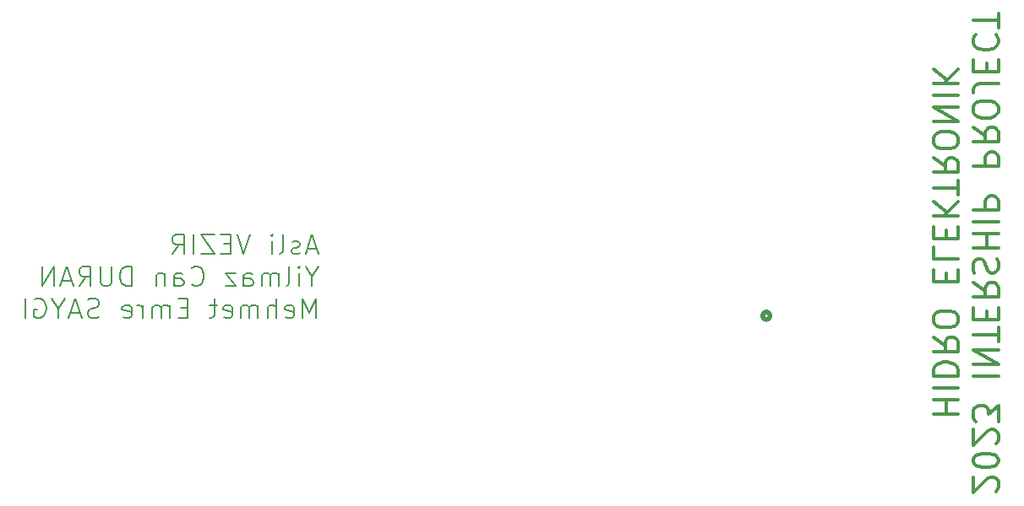
<source format=gbr>
%TF.GenerationSoftware,KiCad,Pcbnew,7.0.6*%
%TF.CreationDate,2023-08-10T11:03:41+03:00*%
%TF.ProjectId,2023-staj-projesi,32303233-2d73-4746-916a-2d70726f6a65,1.0*%
%TF.SameCoordinates,Original*%
%TF.FileFunction,Legend,Bot*%
%TF.FilePolarity,Positive*%
%FSLAX46Y46*%
G04 Gerber Fmt 4.6, Leading zero omitted, Abs format (unit mm)*
G04 Created by KiCad (PCBNEW 7.0.6) date 2023-08-10 11:03:41*
%MOMM*%
%LPD*%
G01*
G04 APERTURE LIST*
%ADD10C,0.300000*%
%ADD11C,0.150000*%
%ADD12C,0.508000*%
G04 APERTURE END LIST*
D10*
X171708457Y-128866441D02*
X171827504Y-128747393D01*
X171827504Y-128747393D02*
X171946552Y-128509298D01*
X171946552Y-128509298D02*
X171946552Y-127914060D01*
X171946552Y-127914060D02*
X171827504Y-127675965D01*
X171827504Y-127675965D02*
X171708457Y-127556917D01*
X171708457Y-127556917D02*
X171470361Y-127437870D01*
X171470361Y-127437870D02*
X171232266Y-127437870D01*
X171232266Y-127437870D02*
X170875123Y-127556917D01*
X170875123Y-127556917D02*
X169446552Y-128985489D01*
X169446552Y-128985489D02*
X169446552Y-127437870D01*
X171946552Y-125890251D02*
X171946552Y-125652156D01*
X171946552Y-125652156D02*
X171827504Y-125414060D01*
X171827504Y-125414060D02*
X171708457Y-125295013D01*
X171708457Y-125295013D02*
X171470361Y-125175965D01*
X171470361Y-125175965D02*
X170994171Y-125056918D01*
X170994171Y-125056918D02*
X170398933Y-125056918D01*
X170398933Y-125056918D02*
X169922742Y-125175965D01*
X169922742Y-125175965D02*
X169684647Y-125295013D01*
X169684647Y-125295013D02*
X169565600Y-125414060D01*
X169565600Y-125414060D02*
X169446552Y-125652156D01*
X169446552Y-125652156D02*
X169446552Y-125890251D01*
X169446552Y-125890251D02*
X169565600Y-126128346D01*
X169565600Y-126128346D02*
X169684647Y-126247394D01*
X169684647Y-126247394D02*
X169922742Y-126366441D01*
X169922742Y-126366441D02*
X170398933Y-126485489D01*
X170398933Y-126485489D02*
X170994171Y-126485489D01*
X170994171Y-126485489D02*
X171470361Y-126366441D01*
X171470361Y-126366441D02*
X171708457Y-126247394D01*
X171708457Y-126247394D02*
X171827504Y-126128346D01*
X171827504Y-126128346D02*
X171946552Y-125890251D01*
X171708457Y-124104537D02*
X171827504Y-123985489D01*
X171827504Y-123985489D02*
X171946552Y-123747394D01*
X171946552Y-123747394D02*
X171946552Y-123152156D01*
X171946552Y-123152156D02*
X171827504Y-122914061D01*
X171827504Y-122914061D02*
X171708457Y-122795013D01*
X171708457Y-122795013D02*
X171470361Y-122675966D01*
X171470361Y-122675966D02*
X171232266Y-122675966D01*
X171232266Y-122675966D02*
X170875123Y-122795013D01*
X170875123Y-122795013D02*
X169446552Y-124223585D01*
X169446552Y-124223585D02*
X169446552Y-122675966D01*
X171946552Y-121842633D02*
X171946552Y-120295014D01*
X171946552Y-120295014D02*
X170994171Y-121128347D01*
X170994171Y-121128347D02*
X170994171Y-120771204D01*
X170994171Y-120771204D02*
X170875123Y-120533109D01*
X170875123Y-120533109D02*
X170756076Y-120414061D01*
X170756076Y-120414061D02*
X170517980Y-120295014D01*
X170517980Y-120295014D02*
X169922742Y-120295014D01*
X169922742Y-120295014D02*
X169684647Y-120414061D01*
X169684647Y-120414061D02*
X169565600Y-120533109D01*
X169565600Y-120533109D02*
X169446552Y-120771204D01*
X169446552Y-120771204D02*
X169446552Y-121485490D01*
X169446552Y-121485490D02*
X169565600Y-121723585D01*
X169565600Y-121723585D02*
X169684647Y-121842633D01*
X169446552Y-117318823D02*
X171946552Y-117318823D01*
X169446552Y-116128347D02*
X171946552Y-116128347D01*
X171946552Y-116128347D02*
X169446552Y-114699776D01*
X169446552Y-114699776D02*
X171946552Y-114699776D01*
X171946552Y-113866442D02*
X171946552Y-112437871D01*
X169446552Y-113152157D02*
X171946552Y-113152157D01*
X170756076Y-111604537D02*
X170756076Y-110771204D01*
X169446552Y-110414061D02*
X169446552Y-111604537D01*
X169446552Y-111604537D02*
X171946552Y-111604537D01*
X171946552Y-111604537D02*
X171946552Y-110414061D01*
X169446552Y-107914061D02*
X170637028Y-108747394D01*
X169446552Y-109342632D02*
X171946552Y-109342632D01*
X171946552Y-109342632D02*
X171946552Y-108390251D01*
X171946552Y-108390251D02*
X171827504Y-108152156D01*
X171827504Y-108152156D02*
X171708457Y-108033109D01*
X171708457Y-108033109D02*
X171470361Y-107914061D01*
X171470361Y-107914061D02*
X171113219Y-107914061D01*
X171113219Y-107914061D02*
X170875123Y-108033109D01*
X170875123Y-108033109D02*
X170756076Y-108152156D01*
X170756076Y-108152156D02*
X170637028Y-108390251D01*
X170637028Y-108390251D02*
X170637028Y-109342632D01*
X169565600Y-106961680D02*
X169446552Y-106604537D01*
X169446552Y-106604537D02*
X169446552Y-106009299D01*
X169446552Y-106009299D02*
X169565600Y-105771204D01*
X169565600Y-105771204D02*
X169684647Y-105652156D01*
X169684647Y-105652156D02*
X169922742Y-105533109D01*
X169922742Y-105533109D02*
X170160838Y-105533109D01*
X170160838Y-105533109D02*
X170398933Y-105652156D01*
X170398933Y-105652156D02*
X170517980Y-105771204D01*
X170517980Y-105771204D02*
X170637028Y-106009299D01*
X170637028Y-106009299D02*
X170756076Y-106485490D01*
X170756076Y-106485490D02*
X170875123Y-106723585D01*
X170875123Y-106723585D02*
X170994171Y-106842632D01*
X170994171Y-106842632D02*
X171232266Y-106961680D01*
X171232266Y-106961680D02*
X171470361Y-106961680D01*
X171470361Y-106961680D02*
X171708457Y-106842632D01*
X171708457Y-106842632D02*
X171827504Y-106723585D01*
X171827504Y-106723585D02*
X171946552Y-106485490D01*
X171946552Y-106485490D02*
X171946552Y-105890251D01*
X171946552Y-105890251D02*
X171827504Y-105533109D01*
X169446552Y-104461680D02*
X171946552Y-104461680D01*
X170756076Y-104461680D02*
X170756076Y-103033109D01*
X169446552Y-103033109D02*
X171946552Y-103033109D01*
X169446552Y-101842632D02*
X171946552Y-101842632D01*
X169446552Y-100652156D02*
X171946552Y-100652156D01*
X171946552Y-100652156D02*
X171946552Y-99699775D01*
X171946552Y-99699775D02*
X171827504Y-99461680D01*
X171827504Y-99461680D02*
X171708457Y-99342633D01*
X171708457Y-99342633D02*
X171470361Y-99223585D01*
X171470361Y-99223585D02*
X171113219Y-99223585D01*
X171113219Y-99223585D02*
X170875123Y-99342633D01*
X170875123Y-99342633D02*
X170756076Y-99461680D01*
X170756076Y-99461680D02*
X170637028Y-99699775D01*
X170637028Y-99699775D02*
X170637028Y-100652156D01*
X169446552Y-96247394D02*
X171946552Y-96247394D01*
X171946552Y-96247394D02*
X171946552Y-95295013D01*
X171946552Y-95295013D02*
X171827504Y-95056918D01*
X171827504Y-95056918D02*
X171708457Y-94937871D01*
X171708457Y-94937871D02*
X171470361Y-94818823D01*
X171470361Y-94818823D02*
X171113219Y-94818823D01*
X171113219Y-94818823D02*
X170875123Y-94937871D01*
X170875123Y-94937871D02*
X170756076Y-95056918D01*
X170756076Y-95056918D02*
X170637028Y-95295013D01*
X170637028Y-95295013D02*
X170637028Y-96247394D01*
X169446552Y-92318823D02*
X170637028Y-93152156D01*
X169446552Y-93747394D02*
X171946552Y-93747394D01*
X171946552Y-93747394D02*
X171946552Y-92795013D01*
X171946552Y-92795013D02*
X171827504Y-92556918D01*
X171827504Y-92556918D02*
X171708457Y-92437871D01*
X171708457Y-92437871D02*
X171470361Y-92318823D01*
X171470361Y-92318823D02*
X171113219Y-92318823D01*
X171113219Y-92318823D02*
X170875123Y-92437871D01*
X170875123Y-92437871D02*
X170756076Y-92556918D01*
X170756076Y-92556918D02*
X170637028Y-92795013D01*
X170637028Y-92795013D02*
X170637028Y-93747394D01*
X171946552Y-90771204D02*
X171946552Y-90295013D01*
X171946552Y-90295013D02*
X171827504Y-90056918D01*
X171827504Y-90056918D02*
X171589409Y-89818823D01*
X171589409Y-89818823D02*
X171113219Y-89699775D01*
X171113219Y-89699775D02*
X170279885Y-89699775D01*
X170279885Y-89699775D02*
X169803695Y-89818823D01*
X169803695Y-89818823D02*
X169565600Y-90056918D01*
X169565600Y-90056918D02*
X169446552Y-90295013D01*
X169446552Y-90295013D02*
X169446552Y-90771204D01*
X169446552Y-90771204D02*
X169565600Y-91009299D01*
X169565600Y-91009299D02*
X169803695Y-91247394D01*
X169803695Y-91247394D02*
X170279885Y-91366442D01*
X170279885Y-91366442D02*
X171113219Y-91366442D01*
X171113219Y-91366442D02*
X171589409Y-91247394D01*
X171589409Y-91247394D02*
X171827504Y-91009299D01*
X171827504Y-91009299D02*
X171946552Y-90771204D01*
X171946552Y-87914061D02*
X170160838Y-87914061D01*
X170160838Y-87914061D02*
X169803695Y-88033108D01*
X169803695Y-88033108D02*
X169565600Y-88271204D01*
X169565600Y-88271204D02*
X169446552Y-88628346D01*
X169446552Y-88628346D02*
X169446552Y-88866442D01*
X170756076Y-86723584D02*
X170756076Y-85890251D01*
X169446552Y-85533108D02*
X169446552Y-86723584D01*
X169446552Y-86723584D02*
X171946552Y-86723584D01*
X171946552Y-86723584D02*
X171946552Y-85533108D01*
X169684647Y-83033108D02*
X169565600Y-83152156D01*
X169565600Y-83152156D02*
X169446552Y-83509298D01*
X169446552Y-83509298D02*
X169446552Y-83747394D01*
X169446552Y-83747394D02*
X169565600Y-84104537D01*
X169565600Y-84104537D02*
X169803695Y-84342632D01*
X169803695Y-84342632D02*
X170041790Y-84461679D01*
X170041790Y-84461679D02*
X170517980Y-84580727D01*
X170517980Y-84580727D02*
X170875123Y-84580727D01*
X170875123Y-84580727D02*
X171351314Y-84461679D01*
X171351314Y-84461679D02*
X171589409Y-84342632D01*
X171589409Y-84342632D02*
X171827504Y-84104537D01*
X171827504Y-84104537D02*
X171946552Y-83747394D01*
X171946552Y-83747394D02*
X171946552Y-83509298D01*
X171946552Y-83509298D02*
X171827504Y-83152156D01*
X171827504Y-83152156D02*
X171708457Y-83033108D01*
X171946552Y-82318822D02*
X171946552Y-80890251D01*
X169446552Y-81604537D02*
X171946552Y-81604537D01*
X165421552Y-121128345D02*
X167921552Y-121128345D01*
X166731076Y-121128345D02*
X166731076Y-119699774D01*
X165421552Y-119699774D02*
X167921552Y-119699774D01*
X165421552Y-118509297D02*
X167921552Y-118509297D01*
X165421552Y-117318821D02*
X167921552Y-117318821D01*
X167921552Y-117318821D02*
X167921552Y-116723583D01*
X167921552Y-116723583D02*
X167802504Y-116366440D01*
X167802504Y-116366440D02*
X167564409Y-116128345D01*
X167564409Y-116128345D02*
X167326314Y-116009298D01*
X167326314Y-116009298D02*
X166850123Y-115890250D01*
X166850123Y-115890250D02*
X166492980Y-115890250D01*
X166492980Y-115890250D02*
X166016790Y-116009298D01*
X166016790Y-116009298D02*
X165778695Y-116128345D01*
X165778695Y-116128345D02*
X165540600Y-116366440D01*
X165540600Y-116366440D02*
X165421552Y-116723583D01*
X165421552Y-116723583D02*
X165421552Y-117318821D01*
X165421552Y-113390250D02*
X166612028Y-114223583D01*
X165421552Y-114818821D02*
X167921552Y-114818821D01*
X167921552Y-114818821D02*
X167921552Y-113866440D01*
X167921552Y-113866440D02*
X167802504Y-113628345D01*
X167802504Y-113628345D02*
X167683457Y-113509298D01*
X167683457Y-113509298D02*
X167445361Y-113390250D01*
X167445361Y-113390250D02*
X167088219Y-113390250D01*
X167088219Y-113390250D02*
X166850123Y-113509298D01*
X166850123Y-113509298D02*
X166731076Y-113628345D01*
X166731076Y-113628345D02*
X166612028Y-113866440D01*
X166612028Y-113866440D02*
X166612028Y-114818821D01*
X167921552Y-111842631D02*
X167921552Y-111366440D01*
X167921552Y-111366440D02*
X167802504Y-111128345D01*
X167802504Y-111128345D02*
X167564409Y-110890250D01*
X167564409Y-110890250D02*
X167088219Y-110771202D01*
X167088219Y-110771202D02*
X166254885Y-110771202D01*
X166254885Y-110771202D02*
X165778695Y-110890250D01*
X165778695Y-110890250D02*
X165540600Y-111128345D01*
X165540600Y-111128345D02*
X165421552Y-111366440D01*
X165421552Y-111366440D02*
X165421552Y-111842631D01*
X165421552Y-111842631D02*
X165540600Y-112080726D01*
X165540600Y-112080726D02*
X165778695Y-112318821D01*
X165778695Y-112318821D02*
X166254885Y-112437869D01*
X166254885Y-112437869D02*
X167088219Y-112437869D01*
X167088219Y-112437869D02*
X167564409Y-112318821D01*
X167564409Y-112318821D02*
X167802504Y-112080726D01*
X167802504Y-112080726D02*
X167921552Y-111842631D01*
X166731076Y-107795011D02*
X166731076Y-106961678D01*
X165421552Y-106604535D02*
X165421552Y-107795011D01*
X165421552Y-107795011D02*
X167921552Y-107795011D01*
X167921552Y-107795011D02*
X167921552Y-106604535D01*
X165421552Y-104342630D02*
X165421552Y-105533106D01*
X165421552Y-105533106D02*
X167921552Y-105533106D01*
X166731076Y-103509296D02*
X166731076Y-102675963D01*
X165421552Y-102318820D02*
X165421552Y-103509296D01*
X165421552Y-103509296D02*
X167921552Y-103509296D01*
X167921552Y-103509296D02*
X167921552Y-102318820D01*
X165421552Y-101247391D02*
X167921552Y-101247391D01*
X165421552Y-99818820D02*
X166850123Y-100890249D01*
X167921552Y-99818820D02*
X166492980Y-101247391D01*
X167921552Y-99104534D02*
X167921552Y-97675963D01*
X165421552Y-98390249D02*
X167921552Y-98390249D01*
X165421552Y-95414058D02*
X166612028Y-96247391D01*
X165421552Y-96842629D02*
X167921552Y-96842629D01*
X167921552Y-96842629D02*
X167921552Y-95890248D01*
X167921552Y-95890248D02*
X167802504Y-95652153D01*
X167802504Y-95652153D02*
X167683457Y-95533106D01*
X167683457Y-95533106D02*
X167445361Y-95414058D01*
X167445361Y-95414058D02*
X167088219Y-95414058D01*
X167088219Y-95414058D02*
X166850123Y-95533106D01*
X166850123Y-95533106D02*
X166731076Y-95652153D01*
X166731076Y-95652153D02*
X166612028Y-95890248D01*
X166612028Y-95890248D02*
X166612028Y-96842629D01*
X167921552Y-93866439D02*
X167921552Y-93390248D01*
X167921552Y-93390248D02*
X167802504Y-93152153D01*
X167802504Y-93152153D02*
X167564409Y-92914058D01*
X167564409Y-92914058D02*
X167088219Y-92795010D01*
X167088219Y-92795010D02*
X166254885Y-92795010D01*
X166254885Y-92795010D02*
X165778695Y-92914058D01*
X165778695Y-92914058D02*
X165540600Y-93152153D01*
X165540600Y-93152153D02*
X165421552Y-93390248D01*
X165421552Y-93390248D02*
X165421552Y-93866439D01*
X165421552Y-93866439D02*
X165540600Y-94104534D01*
X165540600Y-94104534D02*
X165778695Y-94342629D01*
X165778695Y-94342629D02*
X166254885Y-94461677D01*
X166254885Y-94461677D02*
X167088219Y-94461677D01*
X167088219Y-94461677D02*
X167564409Y-94342629D01*
X167564409Y-94342629D02*
X167802504Y-94104534D01*
X167802504Y-94104534D02*
X167921552Y-93866439D01*
X165421552Y-91723581D02*
X167921552Y-91723581D01*
X167921552Y-91723581D02*
X165421552Y-90295010D01*
X165421552Y-90295010D02*
X167921552Y-90295010D01*
X165421552Y-89104533D02*
X167921552Y-89104533D01*
X165421552Y-87914057D02*
X167921552Y-87914057D01*
X165421552Y-86485486D02*
X166850123Y-87556915D01*
X167921552Y-86485486D02*
X166492980Y-87914057D01*
D11*
X103660363Y-104496009D02*
X102707982Y-104496009D01*
X103850839Y-105067438D02*
X103184173Y-103067438D01*
X103184173Y-103067438D02*
X102517506Y-105067438D01*
X101946077Y-104972200D02*
X101755601Y-105067438D01*
X101755601Y-105067438D02*
X101374649Y-105067438D01*
X101374649Y-105067438D02*
X101184172Y-104972200D01*
X101184172Y-104972200D02*
X101088934Y-104781723D01*
X101088934Y-104781723D02*
X101088934Y-104686485D01*
X101088934Y-104686485D02*
X101184172Y-104496009D01*
X101184172Y-104496009D02*
X101374649Y-104400771D01*
X101374649Y-104400771D02*
X101660363Y-104400771D01*
X101660363Y-104400771D02*
X101850839Y-104305533D01*
X101850839Y-104305533D02*
X101946077Y-104115057D01*
X101946077Y-104115057D02*
X101946077Y-104019819D01*
X101946077Y-104019819D02*
X101850839Y-103829342D01*
X101850839Y-103829342D02*
X101660363Y-103734104D01*
X101660363Y-103734104D02*
X101374649Y-103734104D01*
X101374649Y-103734104D02*
X101184172Y-103829342D01*
X99946077Y-105067438D02*
X100136553Y-104972200D01*
X100136553Y-104972200D02*
X100231791Y-104781723D01*
X100231791Y-104781723D02*
X100231791Y-103067438D01*
X99184172Y-105067438D02*
X99184172Y-103734104D01*
X99184172Y-103067438D02*
X99279410Y-103162676D01*
X99279410Y-103162676D02*
X99184172Y-103257914D01*
X99184172Y-103257914D02*
X99088934Y-103162676D01*
X99088934Y-103162676D02*
X99184172Y-103067438D01*
X99184172Y-103067438D02*
X99184172Y-103257914D01*
X96993695Y-103067438D02*
X96327029Y-105067438D01*
X96327029Y-105067438D02*
X95660362Y-103067438D01*
X94993695Y-104019819D02*
X94327028Y-104019819D01*
X94041314Y-105067438D02*
X94993695Y-105067438D01*
X94993695Y-105067438D02*
X94993695Y-103067438D01*
X94993695Y-103067438D02*
X94041314Y-103067438D01*
X93374647Y-103067438D02*
X92041314Y-103067438D01*
X92041314Y-103067438D02*
X93374647Y-105067438D01*
X93374647Y-105067438D02*
X92041314Y-105067438D01*
X91279409Y-105067438D02*
X91279409Y-103067438D01*
X89184171Y-105067438D02*
X89850838Y-104115057D01*
X90327028Y-105067438D02*
X90327028Y-103067438D01*
X90327028Y-103067438D02*
X89565123Y-103067438D01*
X89565123Y-103067438D02*
X89374647Y-103162676D01*
X89374647Y-103162676D02*
X89279409Y-103257914D01*
X89279409Y-103257914D02*
X89184171Y-103448390D01*
X89184171Y-103448390D02*
X89184171Y-103734104D01*
X89184171Y-103734104D02*
X89279409Y-103924580D01*
X89279409Y-103924580D02*
X89374647Y-104019819D01*
X89374647Y-104019819D02*
X89565123Y-104115057D01*
X89565123Y-104115057D02*
X90327028Y-104115057D01*
X103184173Y-107335057D02*
X103184173Y-108287438D01*
X103850839Y-106287438D02*
X103184173Y-107335057D01*
X103184173Y-107335057D02*
X102517506Y-106287438D01*
X101850839Y-108287438D02*
X101850839Y-106954104D01*
X101850839Y-106287438D02*
X101946077Y-106382676D01*
X101946077Y-106382676D02*
X101850839Y-106477914D01*
X101850839Y-106477914D02*
X101755601Y-106382676D01*
X101755601Y-106382676D02*
X101850839Y-106287438D01*
X101850839Y-106287438D02*
X101850839Y-106477914D01*
X100612744Y-108287438D02*
X100803220Y-108192200D01*
X100803220Y-108192200D02*
X100898458Y-108001723D01*
X100898458Y-108001723D02*
X100898458Y-106287438D01*
X99850839Y-108287438D02*
X99850839Y-106954104D01*
X99850839Y-107144580D02*
X99755601Y-107049342D01*
X99755601Y-107049342D02*
X99565125Y-106954104D01*
X99565125Y-106954104D02*
X99279410Y-106954104D01*
X99279410Y-106954104D02*
X99088934Y-107049342D01*
X99088934Y-107049342D02*
X98993696Y-107239819D01*
X98993696Y-107239819D02*
X98993696Y-108287438D01*
X98993696Y-107239819D02*
X98898458Y-107049342D01*
X98898458Y-107049342D02*
X98707982Y-106954104D01*
X98707982Y-106954104D02*
X98422268Y-106954104D01*
X98422268Y-106954104D02*
X98231791Y-107049342D01*
X98231791Y-107049342D02*
X98136553Y-107239819D01*
X98136553Y-107239819D02*
X98136553Y-108287438D01*
X96327029Y-108287438D02*
X96327029Y-107239819D01*
X96327029Y-107239819D02*
X96422267Y-107049342D01*
X96422267Y-107049342D02*
X96612743Y-106954104D01*
X96612743Y-106954104D02*
X96993696Y-106954104D01*
X96993696Y-106954104D02*
X97184172Y-107049342D01*
X96327029Y-108192200D02*
X96517505Y-108287438D01*
X96517505Y-108287438D02*
X96993696Y-108287438D01*
X96993696Y-108287438D02*
X97184172Y-108192200D01*
X97184172Y-108192200D02*
X97279410Y-108001723D01*
X97279410Y-108001723D02*
X97279410Y-107811247D01*
X97279410Y-107811247D02*
X97184172Y-107620771D01*
X97184172Y-107620771D02*
X96993696Y-107525533D01*
X96993696Y-107525533D02*
X96517505Y-107525533D01*
X96517505Y-107525533D02*
X96327029Y-107430295D01*
X95565124Y-106954104D02*
X94517505Y-106954104D01*
X94517505Y-106954104D02*
X95565124Y-108287438D01*
X95565124Y-108287438D02*
X94517505Y-108287438D01*
X91088933Y-108096961D02*
X91184171Y-108192200D01*
X91184171Y-108192200D02*
X91469885Y-108287438D01*
X91469885Y-108287438D02*
X91660361Y-108287438D01*
X91660361Y-108287438D02*
X91946076Y-108192200D01*
X91946076Y-108192200D02*
X92136552Y-108001723D01*
X92136552Y-108001723D02*
X92231790Y-107811247D01*
X92231790Y-107811247D02*
X92327028Y-107430295D01*
X92327028Y-107430295D02*
X92327028Y-107144580D01*
X92327028Y-107144580D02*
X92231790Y-106763628D01*
X92231790Y-106763628D02*
X92136552Y-106573152D01*
X92136552Y-106573152D02*
X91946076Y-106382676D01*
X91946076Y-106382676D02*
X91660361Y-106287438D01*
X91660361Y-106287438D02*
X91469885Y-106287438D01*
X91469885Y-106287438D02*
X91184171Y-106382676D01*
X91184171Y-106382676D02*
X91088933Y-106477914D01*
X89374647Y-108287438D02*
X89374647Y-107239819D01*
X89374647Y-107239819D02*
X89469885Y-107049342D01*
X89469885Y-107049342D02*
X89660361Y-106954104D01*
X89660361Y-106954104D02*
X90041314Y-106954104D01*
X90041314Y-106954104D02*
X90231790Y-107049342D01*
X89374647Y-108192200D02*
X89565123Y-108287438D01*
X89565123Y-108287438D02*
X90041314Y-108287438D01*
X90041314Y-108287438D02*
X90231790Y-108192200D01*
X90231790Y-108192200D02*
X90327028Y-108001723D01*
X90327028Y-108001723D02*
X90327028Y-107811247D01*
X90327028Y-107811247D02*
X90231790Y-107620771D01*
X90231790Y-107620771D02*
X90041314Y-107525533D01*
X90041314Y-107525533D02*
X89565123Y-107525533D01*
X89565123Y-107525533D02*
X89374647Y-107430295D01*
X88422266Y-106954104D02*
X88422266Y-108287438D01*
X88422266Y-107144580D02*
X88327028Y-107049342D01*
X88327028Y-107049342D02*
X88136552Y-106954104D01*
X88136552Y-106954104D02*
X87850837Y-106954104D01*
X87850837Y-106954104D02*
X87660361Y-107049342D01*
X87660361Y-107049342D02*
X87565123Y-107239819D01*
X87565123Y-107239819D02*
X87565123Y-108287438D01*
X85088932Y-108287438D02*
X85088932Y-106287438D01*
X85088932Y-106287438D02*
X84612742Y-106287438D01*
X84612742Y-106287438D02*
X84327027Y-106382676D01*
X84327027Y-106382676D02*
X84136551Y-106573152D01*
X84136551Y-106573152D02*
X84041313Y-106763628D01*
X84041313Y-106763628D02*
X83946075Y-107144580D01*
X83946075Y-107144580D02*
X83946075Y-107430295D01*
X83946075Y-107430295D02*
X84041313Y-107811247D01*
X84041313Y-107811247D02*
X84136551Y-108001723D01*
X84136551Y-108001723D02*
X84327027Y-108192200D01*
X84327027Y-108192200D02*
X84612742Y-108287438D01*
X84612742Y-108287438D02*
X85088932Y-108287438D01*
X83088932Y-106287438D02*
X83088932Y-107906485D01*
X83088932Y-107906485D02*
X82993694Y-108096961D01*
X82993694Y-108096961D02*
X82898456Y-108192200D01*
X82898456Y-108192200D02*
X82707980Y-108287438D01*
X82707980Y-108287438D02*
X82327027Y-108287438D01*
X82327027Y-108287438D02*
X82136551Y-108192200D01*
X82136551Y-108192200D02*
X82041313Y-108096961D01*
X82041313Y-108096961D02*
X81946075Y-107906485D01*
X81946075Y-107906485D02*
X81946075Y-106287438D01*
X79850837Y-108287438D02*
X80517504Y-107335057D01*
X80993694Y-108287438D02*
X80993694Y-106287438D01*
X80993694Y-106287438D02*
X80231789Y-106287438D01*
X80231789Y-106287438D02*
X80041313Y-106382676D01*
X80041313Y-106382676D02*
X79946075Y-106477914D01*
X79946075Y-106477914D02*
X79850837Y-106668390D01*
X79850837Y-106668390D02*
X79850837Y-106954104D01*
X79850837Y-106954104D02*
X79946075Y-107144580D01*
X79946075Y-107144580D02*
X80041313Y-107239819D01*
X80041313Y-107239819D02*
X80231789Y-107335057D01*
X80231789Y-107335057D02*
X80993694Y-107335057D01*
X79088932Y-107716009D02*
X78136551Y-107716009D01*
X79279408Y-108287438D02*
X78612742Y-106287438D01*
X78612742Y-106287438D02*
X77946075Y-108287438D01*
X77279408Y-108287438D02*
X77279408Y-106287438D01*
X77279408Y-106287438D02*
X76136551Y-108287438D01*
X76136551Y-108287438D02*
X76136551Y-106287438D01*
X103565125Y-111507438D02*
X103565125Y-109507438D01*
X103565125Y-109507438D02*
X102898458Y-110936009D01*
X102898458Y-110936009D02*
X102231792Y-109507438D01*
X102231792Y-109507438D02*
X102231792Y-111507438D01*
X100517506Y-111412200D02*
X100707982Y-111507438D01*
X100707982Y-111507438D02*
X101088935Y-111507438D01*
X101088935Y-111507438D02*
X101279411Y-111412200D01*
X101279411Y-111412200D02*
X101374649Y-111221723D01*
X101374649Y-111221723D02*
X101374649Y-110459819D01*
X101374649Y-110459819D02*
X101279411Y-110269342D01*
X101279411Y-110269342D02*
X101088935Y-110174104D01*
X101088935Y-110174104D02*
X100707982Y-110174104D01*
X100707982Y-110174104D02*
X100517506Y-110269342D01*
X100517506Y-110269342D02*
X100422268Y-110459819D01*
X100422268Y-110459819D02*
X100422268Y-110650295D01*
X100422268Y-110650295D02*
X101374649Y-110840771D01*
X99565125Y-111507438D02*
X99565125Y-109507438D01*
X98707982Y-111507438D02*
X98707982Y-110459819D01*
X98707982Y-110459819D02*
X98803220Y-110269342D01*
X98803220Y-110269342D02*
X98993696Y-110174104D01*
X98993696Y-110174104D02*
X99279411Y-110174104D01*
X99279411Y-110174104D02*
X99469887Y-110269342D01*
X99469887Y-110269342D02*
X99565125Y-110364580D01*
X97755601Y-111507438D02*
X97755601Y-110174104D01*
X97755601Y-110364580D02*
X97660363Y-110269342D01*
X97660363Y-110269342D02*
X97469887Y-110174104D01*
X97469887Y-110174104D02*
X97184172Y-110174104D01*
X97184172Y-110174104D02*
X96993696Y-110269342D01*
X96993696Y-110269342D02*
X96898458Y-110459819D01*
X96898458Y-110459819D02*
X96898458Y-111507438D01*
X96898458Y-110459819D02*
X96803220Y-110269342D01*
X96803220Y-110269342D02*
X96612744Y-110174104D01*
X96612744Y-110174104D02*
X96327030Y-110174104D01*
X96327030Y-110174104D02*
X96136553Y-110269342D01*
X96136553Y-110269342D02*
X96041315Y-110459819D01*
X96041315Y-110459819D02*
X96041315Y-111507438D01*
X94327029Y-111412200D02*
X94517505Y-111507438D01*
X94517505Y-111507438D02*
X94898458Y-111507438D01*
X94898458Y-111507438D02*
X95088934Y-111412200D01*
X95088934Y-111412200D02*
X95184172Y-111221723D01*
X95184172Y-111221723D02*
X95184172Y-110459819D01*
X95184172Y-110459819D02*
X95088934Y-110269342D01*
X95088934Y-110269342D02*
X94898458Y-110174104D01*
X94898458Y-110174104D02*
X94517505Y-110174104D01*
X94517505Y-110174104D02*
X94327029Y-110269342D01*
X94327029Y-110269342D02*
X94231791Y-110459819D01*
X94231791Y-110459819D02*
X94231791Y-110650295D01*
X94231791Y-110650295D02*
X95184172Y-110840771D01*
X93660362Y-110174104D02*
X92898458Y-110174104D01*
X93374648Y-109507438D02*
X93374648Y-111221723D01*
X93374648Y-111221723D02*
X93279410Y-111412200D01*
X93279410Y-111412200D02*
X93088934Y-111507438D01*
X93088934Y-111507438D02*
X92898458Y-111507438D01*
X90707981Y-110459819D02*
X90041314Y-110459819D01*
X89755600Y-111507438D02*
X90707981Y-111507438D01*
X90707981Y-111507438D02*
X90707981Y-109507438D01*
X90707981Y-109507438D02*
X89755600Y-109507438D01*
X88898457Y-111507438D02*
X88898457Y-110174104D01*
X88898457Y-110364580D02*
X88803219Y-110269342D01*
X88803219Y-110269342D02*
X88612743Y-110174104D01*
X88612743Y-110174104D02*
X88327028Y-110174104D01*
X88327028Y-110174104D02*
X88136552Y-110269342D01*
X88136552Y-110269342D02*
X88041314Y-110459819D01*
X88041314Y-110459819D02*
X88041314Y-111507438D01*
X88041314Y-110459819D02*
X87946076Y-110269342D01*
X87946076Y-110269342D02*
X87755600Y-110174104D01*
X87755600Y-110174104D02*
X87469886Y-110174104D01*
X87469886Y-110174104D02*
X87279409Y-110269342D01*
X87279409Y-110269342D02*
X87184171Y-110459819D01*
X87184171Y-110459819D02*
X87184171Y-111507438D01*
X86231790Y-111507438D02*
X86231790Y-110174104D01*
X86231790Y-110555057D02*
X86136552Y-110364580D01*
X86136552Y-110364580D02*
X86041314Y-110269342D01*
X86041314Y-110269342D02*
X85850838Y-110174104D01*
X85850838Y-110174104D02*
X85660361Y-110174104D01*
X84231790Y-111412200D02*
X84422266Y-111507438D01*
X84422266Y-111507438D02*
X84803219Y-111507438D01*
X84803219Y-111507438D02*
X84993695Y-111412200D01*
X84993695Y-111412200D02*
X85088933Y-111221723D01*
X85088933Y-111221723D02*
X85088933Y-110459819D01*
X85088933Y-110459819D02*
X84993695Y-110269342D01*
X84993695Y-110269342D02*
X84803219Y-110174104D01*
X84803219Y-110174104D02*
X84422266Y-110174104D01*
X84422266Y-110174104D02*
X84231790Y-110269342D01*
X84231790Y-110269342D02*
X84136552Y-110459819D01*
X84136552Y-110459819D02*
X84136552Y-110650295D01*
X84136552Y-110650295D02*
X85088933Y-110840771D01*
X81850837Y-111412200D02*
X81565123Y-111507438D01*
X81565123Y-111507438D02*
X81088932Y-111507438D01*
X81088932Y-111507438D02*
X80898456Y-111412200D01*
X80898456Y-111412200D02*
X80803218Y-111316961D01*
X80803218Y-111316961D02*
X80707980Y-111126485D01*
X80707980Y-111126485D02*
X80707980Y-110936009D01*
X80707980Y-110936009D02*
X80803218Y-110745533D01*
X80803218Y-110745533D02*
X80898456Y-110650295D01*
X80898456Y-110650295D02*
X81088932Y-110555057D01*
X81088932Y-110555057D02*
X81469885Y-110459819D01*
X81469885Y-110459819D02*
X81660361Y-110364580D01*
X81660361Y-110364580D02*
X81755599Y-110269342D01*
X81755599Y-110269342D02*
X81850837Y-110078866D01*
X81850837Y-110078866D02*
X81850837Y-109888390D01*
X81850837Y-109888390D02*
X81755599Y-109697914D01*
X81755599Y-109697914D02*
X81660361Y-109602676D01*
X81660361Y-109602676D02*
X81469885Y-109507438D01*
X81469885Y-109507438D02*
X80993694Y-109507438D01*
X80993694Y-109507438D02*
X80707980Y-109602676D01*
X79946075Y-110936009D02*
X78993694Y-110936009D01*
X80136551Y-111507438D02*
X79469885Y-109507438D01*
X79469885Y-109507438D02*
X78803218Y-111507438D01*
X77755599Y-110555057D02*
X77755599Y-111507438D01*
X78422265Y-109507438D02*
X77755599Y-110555057D01*
X77755599Y-110555057D02*
X77088932Y-109507438D01*
X75374646Y-109602676D02*
X75565122Y-109507438D01*
X75565122Y-109507438D02*
X75850836Y-109507438D01*
X75850836Y-109507438D02*
X76136551Y-109602676D01*
X76136551Y-109602676D02*
X76327027Y-109793152D01*
X76327027Y-109793152D02*
X76422265Y-109983628D01*
X76422265Y-109983628D02*
X76517503Y-110364580D01*
X76517503Y-110364580D02*
X76517503Y-110650295D01*
X76517503Y-110650295D02*
X76422265Y-111031247D01*
X76422265Y-111031247D02*
X76327027Y-111221723D01*
X76327027Y-111221723D02*
X76136551Y-111412200D01*
X76136551Y-111412200D02*
X75850836Y-111507438D01*
X75850836Y-111507438D02*
X75660360Y-111507438D01*
X75660360Y-111507438D02*
X75374646Y-111412200D01*
X75374646Y-111412200D02*
X75279408Y-111316961D01*
X75279408Y-111316961D02*
X75279408Y-110650295D01*
X75279408Y-110650295D02*
X75660360Y-110650295D01*
X74422265Y-111507438D02*
X74422265Y-109507438D01*
D12*
%TO.C,J6*%
X149081000Y-111243700D02*
G75*
G03*
X149081000Y-111243700I-381000J0D01*
G01*
%TD*%
M02*

</source>
